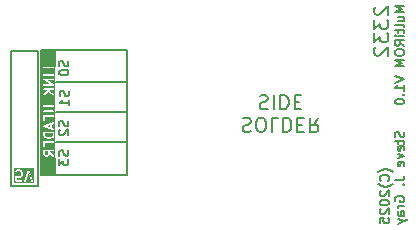
<source format=gbr>
G04 #@! TF.GenerationSoftware,KiCad,Pcbnew,9.0.0*
G04 #@! TF.CreationDate,2025-08-10T20:52:22-04:00*
G04 #@! TF.ProjectId,CBM-2332-MultiROM,43424d2d-3233-4333-922d-4d756c746952,rev?*
G04 #@! TF.SameCoordinates,Original*
G04 #@! TF.FileFunction,Legend,Bot*
G04 #@! TF.FilePolarity,Positive*
%FSLAX46Y46*%
G04 Gerber Fmt 4.6, Leading zero omitted, Abs format (unit mm)*
G04 Created by KiCad (PCBNEW 9.0.0) date 2025-08-10 20:52:22*
%MOMM*%
%LPD*%
G01*
G04 APERTURE LIST*
%ADD10C,0.200000*%
%ADD11C,0.150000*%
G04 APERTURE END LIST*
D10*
X132910000Y-87886333D02*
X133081429Y-87829190D01*
X133081429Y-87829190D02*
X133367143Y-87829190D01*
X133367143Y-87829190D02*
X133481429Y-87886333D01*
X133481429Y-87886333D02*
X133538571Y-87943475D01*
X133538571Y-87943475D02*
X133595714Y-88057761D01*
X133595714Y-88057761D02*
X133595714Y-88172047D01*
X133595714Y-88172047D02*
X133538571Y-88286333D01*
X133538571Y-88286333D02*
X133481429Y-88343475D01*
X133481429Y-88343475D02*
X133367143Y-88400618D01*
X133367143Y-88400618D02*
X133138571Y-88457761D01*
X133138571Y-88457761D02*
X133024286Y-88514904D01*
X133024286Y-88514904D02*
X132967143Y-88572047D01*
X132967143Y-88572047D02*
X132910000Y-88686333D01*
X132910000Y-88686333D02*
X132910000Y-88800618D01*
X132910000Y-88800618D02*
X132967143Y-88914904D01*
X132967143Y-88914904D02*
X133024286Y-88972047D01*
X133024286Y-88972047D02*
X133138571Y-89029190D01*
X133138571Y-89029190D02*
X133424286Y-89029190D01*
X133424286Y-89029190D02*
X133595714Y-88972047D01*
X134338571Y-89029190D02*
X134567143Y-89029190D01*
X134567143Y-89029190D02*
X134681428Y-88972047D01*
X134681428Y-88972047D02*
X134795714Y-88857761D01*
X134795714Y-88857761D02*
X134852857Y-88629190D01*
X134852857Y-88629190D02*
X134852857Y-88229190D01*
X134852857Y-88229190D02*
X134795714Y-88000618D01*
X134795714Y-88000618D02*
X134681428Y-87886333D01*
X134681428Y-87886333D02*
X134567143Y-87829190D01*
X134567143Y-87829190D02*
X134338571Y-87829190D01*
X134338571Y-87829190D02*
X134224286Y-87886333D01*
X134224286Y-87886333D02*
X134110000Y-88000618D01*
X134110000Y-88000618D02*
X134052857Y-88229190D01*
X134052857Y-88229190D02*
X134052857Y-88629190D01*
X134052857Y-88629190D02*
X134110000Y-88857761D01*
X134110000Y-88857761D02*
X134224286Y-88972047D01*
X134224286Y-88972047D02*
X134338571Y-89029190D01*
X135938571Y-87829190D02*
X135367143Y-87829190D01*
X135367143Y-87829190D02*
X135367143Y-89029190D01*
X136338572Y-87829190D02*
X136338572Y-89029190D01*
X136338572Y-89029190D02*
X136624286Y-89029190D01*
X136624286Y-89029190D02*
X136795715Y-88972047D01*
X136795715Y-88972047D02*
X136910000Y-88857761D01*
X136910000Y-88857761D02*
X136967143Y-88743475D01*
X136967143Y-88743475D02*
X137024286Y-88514904D01*
X137024286Y-88514904D02*
X137024286Y-88343475D01*
X137024286Y-88343475D02*
X136967143Y-88114904D01*
X136967143Y-88114904D02*
X136910000Y-88000618D01*
X136910000Y-88000618D02*
X136795715Y-87886333D01*
X136795715Y-87886333D02*
X136624286Y-87829190D01*
X136624286Y-87829190D02*
X136338572Y-87829190D01*
X137538572Y-88457761D02*
X137938572Y-88457761D01*
X138110000Y-87829190D02*
X137538572Y-87829190D01*
X137538572Y-87829190D02*
X137538572Y-89029190D01*
X137538572Y-89029190D02*
X138110000Y-89029190D01*
X139310000Y-87829190D02*
X138910000Y-88400618D01*
X138624286Y-87829190D02*
X138624286Y-89029190D01*
X138624286Y-89029190D02*
X139081429Y-89029190D01*
X139081429Y-89029190D02*
X139195714Y-88972047D01*
X139195714Y-88972047D02*
X139252857Y-88914904D01*
X139252857Y-88914904D02*
X139310000Y-88800618D01*
X139310000Y-88800618D02*
X139310000Y-88629190D01*
X139310000Y-88629190D02*
X139252857Y-88514904D01*
X139252857Y-88514904D02*
X139195714Y-88457761D01*
X139195714Y-88457761D02*
X139081429Y-88400618D01*
X139081429Y-88400618D02*
X138624286Y-88400618D01*
X134338571Y-85954400D02*
X134510000Y-85897257D01*
X134510000Y-85897257D02*
X134795714Y-85897257D01*
X134795714Y-85897257D02*
X134910000Y-85954400D01*
X134910000Y-85954400D02*
X134967142Y-86011542D01*
X134967142Y-86011542D02*
X135024285Y-86125828D01*
X135024285Y-86125828D02*
X135024285Y-86240114D01*
X135024285Y-86240114D02*
X134967142Y-86354400D01*
X134967142Y-86354400D02*
X134910000Y-86411542D01*
X134910000Y-86411542D02*
X134795714Y-86468685D01*
X134795714Y-86468685D02*
X134567142Y-86525828D01*
X134567142Y-86525828D02*
X134452857Y-86582971D01*
X134452857Y-86582971D02*
X134395714Y-86640114D01*
X134395714Y-86640114D02*
X134338571Y-86754400D01*
X134338571Y-86754400D02*
X134338571Y-86868685D01*
X134338571Y-86868685D02*
X134395714Y-86982971D01*
X134395714Y-86982971D02*
X134452857Y-87040114D01*
X134452857Y-87040114D02*
X134567142Y-87097257D01*
X134567142Y-87097257D02*
X134852857Y-87097257D01*
X134852857Y-87097257D02*
X135024285Y-87040114D01*
X135538571Y-85897257D02*
X135538571Y-87097257D01*
X136110000Y-85897257D02*
X136110000Y-87097257D01*
X136110000Y-87097257D02*
X136395714Y-87097257D01*
X136395714Y-87097257D02*
X136567143Y-87040114D01*
X136567143Y-87040114D02*
X136681428Y-86925828D01*
X136681428Y-86925828D02*
X136738571Y-86811542D01*
X136738571Y-86811542D02*
X136795714Y-86582971D01*
X136795714Y-86582971D02*
X136795714Y-86411542D01*
X136795714Y-86411542D02*
X136738571Y-86182971D01*
X136738571Y-86182971D02*
X136681428Y-86068685D01*
X136681428Y-86068685D02*
X136567143Y-85954400D01*
X136567143Y-85954400D02*
X136395714Y-85897257D01*
X136395714Y-85897257D02*
X136110000Y-85897257D01*
X137310000Y-86525828D02*
X137710000Y-86525828D01*
X137881428Y-85897257D02*
X137310000Y-85897257D01*
X137310000Y-85897257D02*
X137310000Y-87097257D01*
X137310000Y-87097257D02*
X137881428Y-87097257D01*
D11*
X115927200Y-91236800D02*
X117000000Y-91236800D01*
X117000000Y-92600000D01*
X115927200Y-92600000D01*
X115927200Y-91236800D01*
G36*
X115927200Y-91236800D02*
G01*
X117000000Y-91236800D01*
X117000000Y-92600000D01*
X115927200Y-92600000D01*
X115927200Y-91236800D01*
G37*
X113284000Y-82143600D02*
X115570000Y-82143600D01*
X115570000Y-93573600D01*
X113284000Y-93573600D01*
X113284000Y-82143600D01*
X116027200Y-82180000D02*
X117000000Y-82180000D01*
X117000000Y-83413600D01*
X116027200Y-83413600D01*
X116027200Y-82180000D01*
G36*
X116027200Y-82180000D02*
G01*
X117000000Y-82180000D01*
X117000000Y-83413600D01*
X116027200Y-83413600D01*
X116027200Y-82180000D01*
G37*
X115874800Y-82129200D02*
X123139200Y-82129200D01*
X123139200Y-92673600D01*
X115874800Y-92673600D01*
X115874800Y-82129200D01*
X123088400Y-84836000D02*
X117094000Y-84836000D01*
X123088400Y-89916000D02*
X117094000Y-89916000D01*
X123088400Y-87376000D02*
X117094000Y-87376000D01*
X118118600Y-83004264D02*
X118156695Y-83118550D01*
X118156695Y-83118550D02*
X118156695Y-83309026D01*
X118156695Y-83309026D02*
X118118600Y-83385217D01*
X118118600Y-83385217D02*
X118080504Y-83423312D01*
X118080504Y-83423312D02*
X118004314Y-83461407D01*
X118004314Y-83461407D02*
X117928123Y-83461407D01*
X117928123Y-83461407D02*
X117851933Y-83423312D01*
X117851933Y-83423312D02*
X117813838Y-83385217D01*
X117813838Y-83385217D02*
X117775742Y-83309026D01*
X117775742Y-83309026D02*
X117737647Y-83156645D01*
X117737647Y-83156645D02*
X117699552Y-83080455D01*
X117699552Y-83080455D02*
X117661457Y-83042360D01*
X117661457Y-83042360D02*
X117585266Y-83004264D01*
X117585266Y-83004264D02*
X117509076Y-83004264D01*
X117509076Y-83004264D02*
X117432885Y-83042360D01*
X117432885Y-83042360D02*
X117394790Y-83080455D01*
X117394790Y-83080455D02*
X117356695Y-83156645D01*
X117356695Y-83156645D02*
X117356695Y-83347122D01*
X117356695Y-83347122D02*
X117394790Y-83461407D01*
X117356695Y-83956646D02*
X117356695Y-84032836D01*
X117356695Y-84032836D02*
X117394790Y-84109027D01*
X117394790Y-84109027D02*
X117432885Y-84147122D01*
X117432885Y-84147122D02*
X117509076Y-84185217D01*
X117509076Y-84185217D02*
X117661457Y-84223312D01*
X117661457Y-84223312D02*
X117851933Y-84223312D01*
X117851933Y-84223312D02*
X118004314Y-84185217D01*
X118004314Y-84185217D02*
X118080504Y-84147122D01*
X118080504Y-84147122D02*
X118118600Y-84109027D01*
X118118600Y-84109027D02*
X118156695Y-84032836D01*
X118156695Y-84032836D02*
X118156695Y-83956646D01*
X118156695Y-83956646D02*
X118118600Y-83880455D01*
X118118600Y-83880455D02*
X118080504Y-83842360D01*
X118080504Y-83842360D02*
X118004314Y-83804265D01*
X118004314Y-83804265D02*
X117851933Y-83766169D01*
X117851933Y-83766169D02*
X117661457Y-83766169D01*
X117661457Y-83766169D02*
X117509076Y-83804265D01*
X117509076Y-83804265D02*
X117432885Y-83842360D01*
X117432885Y-83842360D02*
X117394790Y-83880455D01*
X117394790Y-83880455D02*
X117356695Y-83956646D01*
X118118600Y-90573464D02*
X118156695Y-90687750D01*
X118156695Y-90687750D02*
X118156695Y-90878226D01*
X118156695Y-90878226D02*
X118118600Y-90954417D01*
X118118600Y-90954417D02*
X118080504Y-90992512D01*
X118080504Y-90992512D02*
X118004314Y-91030607D01*
X118004314Y-91030607D02*
X117928123Y-91030607D01*
X117928123Y-91030607D02*
X117851933Y-90992512D01*
X117851933Y-90992512D02*
X117813838Y-90954417D01*
X117813838Y-90954417D02*
X117775742Y-90878226D01*
X117775742Y-90878226D02*
X117737647Y-90725845D01*
X117737647Y-90725845D02*
X117699552Y-90649655D01*
X117699552Y-90649655D02*
X117661457Y-90611560D01*
X117661457Y-90611560D02*
X117585266Y-90573464D01*
X117585266Y-90573464D02*
X117509076Y-90573464D01*
X117509076Y-90573464D02*
X117432885Y-90611560D01*
X117432885Y-90611560D02*
X117394790Y-90649655D01*
X117394790Y-90649655D02*
X117356695Y-90725845D01*
X117356695Y-90725845D02*
X117356695Y-90916322D01*
X117356695Y-90916322D02*
X117394790Y-91030607D01*
X117356695Y-91297274D02*
X117356695Y-91792512D01*
X117356695Y-91792512D02*
X117661457Y-91525846D01*
X117661457Y-91525846D02*
X117661457Y-91640131D01*
X117661457Y-91640131D02*
X117699552Y-91716322D01*
X117699552Y-91716322D02*
X117737647Y-91754417D01*
X117737647Y-91754417D02*
X117813838Y-91792512D01*
X117813838Y-91792512D02*
X118004314Y-91792512D01*
X118004314Y-91792512D02*
X118080504Y-91754417D01*
X118080504Y-91754417D02*
X118118600Y-91716322D01*
X118118600Y-91716322D02*
X118156695Y-91640131D01*
X118156695Y-91640131D02*
X118156695Y-91411560D01*
X118156695Y-91411560D02*
X118118600Y-91335369D01*
X118118600Y-91335369D02*
X118080504Y-91297274D01*
D10*
X144157028Y-78442857D02*
X144099885Y-78500000D01*
X144099885Y-78500000D02*
X144042742Y-78614286D01*
X144042742Y-78614286D02*
X144042742Y-78900000D01*
X144042742Y-78900000D02*
X144099885Y-79014286D01*
X144099885Y-79014286D02*
X144157028Y-79071428D01*
X144157028Y-79071428D02*
X144271314Y-79128571D01*
X144271314Y-79128571D02*
X144385600Y-79128571D01*
X144385600Y-79128571D02*
X144557028Y-79071428D01*
X144557028Y-79071428D02*
X145242742Y-78385714D01*
X145242742Y-78385714D02*
X145242742Y-79128571D01*
X144042742Y-79528571D02*
X144042742Y-80271428D01*
X144042742Y-80271428D02*
X144499885Y-79871428D01*
X144499885Y-79871428D02*
X144499885Y-80042857D01*
X144499885Y-80042857D02*
X144557028Y-80157143D01*
X144557028Y-80157143D02*
X144614171Y-80214285D01*
X144614171Y-80214285D02*
X144728457Y-80271428D01*
X144728457Y-80271428D02*
X145014171Y-80271428D01*
X145014171Y-80271428D02*
X145128457Y-80214285D01*
X145128457Y-80214285D02*
X145185600Y-80157143D01*
X145185600Y-80157143D02*
X145242742Y-80042857D01*
X145242742Y-80042857D02*
X145242742Y-79700000D01*
X145242742Y-79700000D02*
X145185600Y-79585714D01*
X145185600Y-79585714D02*
X145128457Y-79528571D01*
X144042742Y-80671428D02*
X144042742Y-81414285D01*
X144042742Y-81414285D02*
X144499885Y-81014285D01*
X144499885Y-81014285D02*
X144499885Y-81185714D01*
X144499885Y-81185714D02*
X144557028Y-81300000D01*
X144557028Y-81300000D02*
X144614171Y-81357142D01*
X144614171Y-81357142D02*
X144728457Y-81414285D01*
X144728457Y-81414285D02*
X145014171Y-81414285D01*
X145014171Y-81414285D02*
X145128457Y-81357142D01*
X145128457Y-81357142D02*
X145185600Y-81300000D01*
X145185600Y-81300000D02*
X145242742Y-81185714D01*
X145242742Y-81185714D02*
X145242742Y-80842857D01*
X145242742Y-80842857D02*
X145185600Y-80728571D01*
X145185600Y-80728571D02*
X145128457Y-80671428D01*
X144157028Y-81871428D02*
X144099885Y-81928571D01*
X144099885Y-81928571D02*
X144042742Y-82042857D01*
X144042742Y-82042857D02*
X144042742Y-82328571D01*
X144042742Y-82328571D02*
X144099885Y-82442857D01*
X144099885Y-82442857D02*
X144157028Y-82499999D01*
X144157028Y-82499999D02*
X144271314Y-82557142D01*
X144271314Y-82557142D02*
X144385600Y-82557142D01*
X144385600Y-82557142D02*
X144557028Y-82499999D01*
X144557028Y-82499999D02*
X145242742Y-81814285D01*
X145242742Y-81814285D02*
X145242742Y-82557142D01*
D11*
G36*
X116438342Y-90885036D02*
G01*
X116413608Y-90934504D01*
X116392725Y-90955386D01*
X116343256Y-90980122D01*
X116264381Y-90980122D01*
X116214912Y-90955387D01*
X116194029Y-90934504D01*
X116169295Y-90885036D01*
X116169295Y-90672979D01*
X116438342Y-90672979D01*
X116438342Y-90885036D01*
G37*
G36*
X116819295Y-89252475D02*
G01*
X116790648Y-89338416D01*
X116735582Y-89393481D01*
X116677642Y-89422451D01*
X116542203Y-89456312D01*
X116446387Y-89456312D01*
X116310945Y-89422451D01*
X116253006Y-89393481D01*
X116197942Y-89338417D01*
X116169295Y-89252475D01*
X116169295Y-89149169D01*
X116819295Y-89149169D01*
X116819295Y-89252475D01*
G37*
G36*
X116590723Y-88627254D02*
G01*
X116331465Y-88540835D01*
X116590723Y-88454416D01*
X116590723Y-88627254D01*
G37*
G36*
X117058184Y-91219011D02*
G01*
X115930406Y-91219011D01*
X115930406Y-90597979D01*
X116019295Y-90597979D01*
X116019295Y-90902741D01*
X116020736Y-90917373D01*
X116021767Y-90919862D01*
X116021958Y-90922550D01*
X116027213Y-90936282D01*
X116065308Y-91012472D01*
X116069272Y-91018771D01*
X116070030Y-91020599D01*
X116071718Y-91022655D01*
X116073140Y-91024915D01*
X116074638Y-91026214D01*
X116079357Y-91031964D01*
X116117452Y-91070059D01*
X116123204Y-91074779D01*
X116124501Y-91076275D01*
X116126755Y-91077694D01*
X116128817Y-91079386D01*
X116130647Y-91080144D01*
X116136944Y-91084108D01*
X116213134Y-91122204D01*
X116226866Y-91127459D01*
X116229555Y-91127650D01*
X116232044Y-91128681D01*
X116246676Y-91130122D01*
X116360961Y-91130122D01*
X116375593Y-91128681D01*
X116378081Y-91127650D01*
X116380771Y-91127459D01*
X116394502Y-91122204D01*
X116470693Y-91084108D01*
X116476989Y-91080144D01*
X116478820Y-91079386D01*
X116480881Y-91077694D01*
X116483136Y-91076275D01*
X116484432Y-91074779D01*
X116490185Y-91070059D01*
X116528280Y-91031964D01*
X116532998Y-91026214D01*
X116534497Y-91024915D01*
X116535918Y-91022655D01*
X116537607Y-91020599D01*
X116538364Y-91018771D01*
X116542329Y-91012472D01*
X116580424Y-90936282D01*
X116583237Y-90928930D01*
X116851285Y-91116564D01*
X116864098Y-91123775D01*
X116892669Y-91130104D01*
X116921487Y-91125019D01*
X116946166Y-91109292D01*
X116962948Y-91085318D01*
X116969277Y-91056747D01*
X116964192Y-91027930D01*
X116948465Y-91003251D01*
X116937304Y-90993679D01*
X116588342Y-90749405D01*
X116588342Y-90672979D01*
X116894295Y-90672979D01*
X116908927Y-90671538D01*
X116935963Y-90660339D01*
X116956655Y-90639647D01*
X116967854Y-90612611D01*
X116967854Y-90583347D01*
X116956655Y-90556311D01*
X116935963Y-90535619D01*
X116908927Y-90524420D01*
X116894295Y-90522979D01*
X116094295Y-90522979D01*
X116079663Y-90524420D01*
X116052627Y-90535619D01*
X116031935Y-90556311D01*
X116020736Y-90583347D01*
X116019295Y-90597979D01*
X115930406Y-90597979D01*
X115930406Y-89874169D01*
X116019295Y-89874169D01*
X116019295Y-90255121D01*
X116020736Y-90269753D01*
X116031935Y-90296789D01*
X116052627Y-90317481D01*
X116079663Y-90328680D01*
X116108927Y-90328680D01*
X116135963Y-90317481D01*
X116156655Y-90296789D01*
X116167854Y-90269753D01*
X116169295Y-90255121D01*
X116169295Y-89949169D01*
X116400247Y-89949169D01*
X116400247Y-90140835D01*
X116401688Y-90155467D01*
X116412887Y-90182503D01*
X116433579Y-90203195D01*
X116460615Y-90214394D01*
X116489879Y-90214394D01*
X116516915Y-90203195D01*
X116537607Y-90182503D01*
X116548806Y-90155467D01*
X116550247Y-90140835D01*
X116550247Y-89949169D01*
X116819295Y-89949169D01*
X116819295Y-90255121D01*
X116820736Y-90269753D01*
X116831935Y-90296789D01*
X116852627Y-90317481D01*
X116879663Y-90328680D01*
X116908927Y-90328680D01*
X116935963Y-90317481D01*
X116956655Y-90296789D01*
X116967854Y-90269753D01*
X116969295Y-90255121D01*
X116969295Y-89874169D01*
X116967854Y-89859537D01*
X116956655Y-89832501D01*
X116935963Y-89811809D01*
X116908927Y-89800610D01*
X116894295Y-89799169D01*
X116094295Y-89799169D01*
X116079663Y-89800610D01*
X116052627Y-89811809D01*
X116031935Y-89832501D01*
X116020736Y-89859537D01*
X116019295Y-89874169D01*
X115930406Y-89874169D01*
X115930406Y-89074169D01*
X116019295Y-89074169D01*
X116019295Y-89264645D01*
X116020024Y-89272050D01*
X116019884Y-89274025D01*
X116020474Y-89276622D01*
X116020736Y-89279277D01*
X116021494Y-89281108D01*
X116023144Y-89288362D01*
X116061239Y-89402648D01*
X116067233Y-89416073D01*
X116068998Y-89418108D01*
X116070030Y-89420599D01*
X116079357Y-89431964D01*
X116155547Y-89508154D01*
X116161297Y-89512874D01*
X116162596Y-89514371D01*
X116164850Y-89515790D01*
X116166912Y-89517482D01*
X116168744Y-89518240D01*
X116175039Y-89522203D01*
X116251230Y-89560298D01*
X116252299Y-89560707D01*
X116252735Y-89561030D01*
X116258886Y-89563228D01*
X116264962Y-89565553D01*
X116265500Y-89565591D01*
X116266580Y-89565977D01*
X116418962Y-89604073D01*
X116421498Y-89604448D01*
X116422520Y-89604871D01*
X116428032Y-89605413D01*
X116433506Y-89606223D01*
X116434598Y-89606060D01*
X116437152Y-89606312D01*
X116551438Y-89606312D01*
X116553991Y-89606060D01*
X116555084Y-89606223D01*
X116560558Y-89605413D01*
X116566070Y-89604871D01*
X116567090Y-89604448D01*
X116569629Y-89604073D01*
X116722010Y-89565977D01*
X116723089Y-89565591D01*
X116723628Y-89565553D01*
X116729703Y-89563228D01*
X116735855Y-89561030D01*
X116736290Y-89560707D01*
X116737360Y-89560298D01*
X116813550Y-89522203D01*
X116819846Y-89518239D01*
X116821676Y-89517482D01*
X116823734Y-89515792D01*
X116825993Y-89514371D01*
X116827292Y-89512872D01*
X116833042Y-89508154D01*
X116909233Y-89431964D01*
X116918560Y-89420599D01*
X116919591Y-89418108D01*
X116921357Y-89416073D01*
X116927351Y-89402648D01*
X116965446Y-89288362D01*
X116967095Y-89281108D01*
X116967854Y-89279277D01*
X116968115Y-89276622D01*
X116968706Y-89274025D01*
X116968565Y-89272050D01*
X116969295Y-89264645D01*
X116969295Y-89074169D01*
X116967854Y-89059537D01*
X116956655Y-89032501D01*
X116935963Y-89011809D01*
X116908927Y-89000610D01*
X116894295Y-88999169D01*
X116094295Y-88999169D01*
X116079663Y-89000610D01*
X116052627Y-89011809D01*
X116031935Y-89032501D01*
X116020736Y-89059537D01*
X116019295Y-89074169D01*
X115930406Y-89074169D01*
X115930406Y-88531456D01*
X116019884Y-88531456D01*
X116020550Y-88540836D01*
X116019884Y-88550216D01*
X116021579Y-88555301D01*
X116021959Y-88560646D01*
X116026163Y-88569055D01*
X116029138Y-88577979D01*
X116032649Y-88582027D01*
X116035045Y-88586819D01*
X116042148Y-88592980D01*
X116048312Y-88600086D01*
X116053105Y-88602482D01*
X116057153Y-88605993D01*
X116070578Y-88611987D01*
X116870578Y-88878653D01*
X116884915Y-88881913D01*
X116914105Y-88879839D01*
X116940279Y-88866752D01*
X116959452Y-88844645D01*
X116968706Y-88816882D01*
X116966632Y-88787692D01*
X116953545Y-88761519D01*
X116931438Y-88742345D01*
X116918012Y-88736351D01*
X116740723Y-88677254D01*
X116740723Y-88404416D01*
X116918012Y-88345320D01*
X116931437Y-88339326D01*
X116953545Y-88320152D01*
X116966631Y-88293979D01*
X116968706Y-88264789D01*
X116959452Y-88237026D01*
X116940278Y-88214919D01*
X116914105Y-88201833D01*
X116884915Y-88199758D01*
X116870578Y-88203018D01*
X116070578Y-88469685D01*
X116057152Y-88475679D01*
X116053103Y-88479190D01*
X116048312Y-88481586D01*
X116042150Y-88488689D01*
X116035045Y-88494853D01*
X116032648Y-88499646D01*
X116029138Y-88503694D01*
X116026164Y-88512615D01*
X116021959Y-88521026D01*
X116021579Y-88526370D01*
X116019884Y-88531456D01*
X115930406Y-88531456D01*
X115930406Y-87664645D01*
X116019295Y-87664645D01*
X116019295Y-88045597D01*
X116020736Y-88060229D01*
X116031935Y-88087265D01*
X116052627Y-88107957D01*
X116079663Y-88119156D01*
X116108927Y-88119156D01*
X116135963Y-88107957D01*
X116156655Y-88087265D01*
X116167854Y-88060229D01*
X116169295Y-88045597D01*
X116169295Y-87739645D01*
X116400247Y-87739645D01*
X116400247Y-87931311D01*
X116401688Y-87945943D01*
X116412887Y-87972979D01*
X116433579Y-87993671D01*
X116460615Y-88004870D01*
X116489879Y-88004870D01*
X116516915Y-87993671D01*
X116537607Y-87972979D01*
X116548806Y-87945943D01*
X116550247Y-87931311D01*
X116550247Y-87739645D01*
X116819295Y-87739645D01*
X116819295Y-88045597D01*
X116820736Y-88060229D01*
X116831935Y-88087265D01*
X116852627Y-88107957D01*
X116879663Y-88119156D01*
X116908927Y-88119156D01*
X116935963Y-88107957D01*
X116956655Y-88087265D01*
X116967854Y-88060229D01*
X116969295Y-88045597D01*
X116969295Y-87664645D01*
X116967854Y-87650013D01*
X116956655Y-87622977D01*
X116935963Y-87602285D01*
X116908927Y-87591086D01*
X116894295Y-87589645D01*
X116094295Y-87589645D01*
X116079663Y-87591086D01*
X116052627Y-87602285D01*
X116031935Y-87622977D01*
X116020736Y-87650013D01*
X116019295Y-87664645D01*
X115930406Y-87664645D01*
X115930406Y-86811918D01*
X116020736Y-86811918D01*
X116020736Y-86841182D01*
X116031935Y-86868218D01*
X116052627Y-86888910D01*
X116079663Y-86900109D01*
X116094295Y-86901550D01*
X116400247Y-86901550D01*
X116400247Y-87208693D01*
X116094295Y-87208693D01*
X116079663Y-87210134D01*
X116052627Y-87221333D01*
X116031935Y-87242025D01*
X116020736Y-87269061D01*
X116020736Y-87298325D01*
X116031935Y-87325361D01*
X116052627Y-87346053D01*
X116079663Y-87357252D01*
X116094295Y-87358693D01*
X116894295Y-87358693D01*
X116908927Y-87357252D01*
X116935963Y-87346053D01*
X116956655Y-87325361D01*
X116967854Y-87298325D01*
X116967854Y-87269061D01*
X116956655Y-87242025D01*
X116935963Y-87221333D01*
X116908927Y-87210134D01*
X116894295Y-87208693D01*
X116550247Y-87208693D01*
X116550247Y-86901550D01*
X116894295Y-86901550D01*
X116908927Y-86900109D01*
X116935963Y-86888910D01*
X116956655Y-86868218D01*
X116967854Y-86841182D01*
X116967854Y-86811918D01*
X116956655Y-86784882D01*
X116935963Y-86764190D01*
X116908927Y-86752991D01*
X116894295Y-86751550D01*
X116094295Y-86751550D01*
X116079663Y-86752991D01*
X116052627Y-86764190D01*
X116031935Y-86784882D01*
X116020736Y-86811918D01*
X115930406Y-86811918D01*
X115930406Y-85402394D01*
X116020736Y-85402394D01*
X116020736Y-85431658D01*
X116031935Y-85458694D01*
X116052627Y-85479386D01*
X116079663Y-85490585D01*
X116094295Y-85492026D01*
X116370372Y-85492026D01*
X116041262Y-85821136D01*
X116031935Y-85832501D01*
X116020736Y-85859538D01*
X116020736Y-85888800D01*
X116031935Y-85915837D01*
X116052627Y-85936529D01*
X116079664Y-85947728D01*
X116108926Y-85947728D01*
X116135963Y-85936529D01*
X116147328Y-85927202D01*
X116444190Y-85630339D01*
X116849295Y-85934169D01*
X116861865Y-85941795D01*
X116890213Y-85949058D01*
X116919182Y-85944919D01*
X116944363Y-85930010D01*
X116961921Y-85906599D01*
X116969184Y-85878251D01*
X116965045Y-85849282D01*
X116950136Y-85824101D01*
X116939295Y-85814169D01*
X116551333Y-85523196D01*
X116582504Y-85492026D01*
X116894295Y-85492026D01*
X116908927Y-85490585D01*
X116935963Y-85479386D01*
X116956655Y-85458694D01*
X116967854Y-85431658D01*
X116967854Y-85402394D01*
X116956655Y-85375358D01*
X116935963Y-85354666D01*
X116908927Y-85343467D01*
X116894295Y-85342026D01*
X116094295Y-85342026D01*
X116079663Y-85343467D01*
X116052627Y-85354666D01*
X116031935Y-85375358D01*
X116020736Y-85402394D01*
X115930406Y-85402394D01*
X115930406Y-84584170D01*
X116019478Y-84584170D01*
X116020736Y-84588782D01*
X116020736Y-84593563D01*
X116024553Y-84602778D01*
X116027178Y-84612402D01*
X116030105Y-84616182D01*
X116031935Y-84620599D01*
X116038985Y-84627649D01*
X116045095Y-84635539D01*
X116051227Y-84639891D01*
X116052627Y-84641291D01*
X116054001Y-84641860D01*
X116057085Y-84644049D01*
X116611879Y-84961074D01*
X116094295Y-84961074D01*
X116079663Y-84962515D01*
X116052627Y-84973714D01*
X116031935Y-84994406D01*
X116020736Y-85021442D01*
X116020736Y-85050706D01*
X116031935Y-85077742D01*
X116052627Y-85098434D01*
X116079663Y-85109633D01*
X116094295Y-85111074D01*
X116894295Y-85111074D01*
X116898058Y-85110703D01*
X116899534Y-85110891D01*
X116901444Y-85110369D01*
X116908927Y-85109633D01*
X116918142Y-85105815D01*
X116927766Y-85103191D01*
X116931546Y-85100263D01*
X116935963Y-85098434D01*
X116943013Y-85091383D01*
X116950903Y-85085274D01*
X116953276Y-85081120D01*
X116956655Y-85077742D01*
X116960471Y-85068529D01*
X116965422Y-85059865D01*
X116966024Y-85055121D01*
X116967854Y-85050706D01*
X116967854Y-85040731D01*
X116969112Y-85030835D01*
X116967854Y-85026222D01*
X116967854Y-85021442D01*
X116964036Y-85012225D01*
X116961412Y-85002604D01*
X116958485Y-84998824D01*
X116956655Y-84994406D01*
X116949603Y-84987354D01*
X116943495Y-84979466D01*
X116937362Y-84975113D01*
X116935963Y-84973714D01*
X116934588Y-84973144D01*
X116931505Y-84970956D01*
X116376711Y-84653931D01*
X116894295Y-84653931D01*
X116908927Y-84652490D01*
X116935963Y-84641291D01*
X116956655Y-84620599D01*
X116967854Y-84593563D01*
X116967854Y-84564299D01*
X116956655Y-84537263D01*
X116935963Y-84516571D01*
X116908927Y-84505372D01*
X116894295Y-84503931D01*
X116094295Y-84503931D01*
X116090531Y-84504301D01*
X116089056Y-84504114D01*
X116087145Y-84504635D01*
X116079663Y-84505372D01*
X116070447Y-84509189D01*
X116060824Y-84511814D01*
X116057043Y-84514741D01*
X116052627Y-84516571D01*
X116045576Y-84523621D01*
X116037687Y-84529731D01*
X116035313Y-84533884D01*
X116031935Y-84537263D01*
X116028118Y-84546475D01*
X116023168Y-84555140D01*
X116022565Y-84559883D01*
X116020736Y-84564299D01*
X116020736Y-84574273D01*
X116019478Y-84584170D01*
X115930406Y-84584170D01*
X115930406Y-84183347D01*
X116020736Y-84183347D01*
X116020736Y-84212611D01*
X116031935Y-84239647D01*
X116052627Y-84260339D01*
X116079663Y-84271538D01*
X116094295Y-84272979D01*
X116894295Y-84272979D01*
X116908927Y-84271538D01*
X116935963Y-84260339D01*
X116956655Y-84239647D01*
X116967854Y-84212611D01*
X116967854Y-84183347D01*
X116956655Y-84156311D01*
X116935963Y-84135619D01*
X116908927Y-84124420D01*
X116894295Y-84122979D01*
X116094295Y-84122979D01*
X116079663Y-84124420D01*
X116052627Y-84135619D01*
X116031935Y-84156311D01*
X116020736Y-84183347D01*
X115930406Y-84183347D01*
X115930406Y-83535728D01*
X116020736Y-83535728D01*
X116020736Y-83564992D01*
X116031935Y-83592028D01*
X116052627Y-83612720D01*
X116079663Y-83623919D01*
X116094295Y-83625360D01*
X116819295Y-83625360D01*
X116819295Y-83931312D01*
X116820736Y-83945944D01*
X116831935Y-83972980D01*
X116852627Y-83993672D01*
X116879663Y-84004871D01*
X116908927Y-84004871D01*
X116935963Y-83993672D01*
X116956655Y-83972980D01*
X116967854Y-83945944D01*
X116969295Y-83931312D01*
X116969295Y-83550360D01*
X116967854Y-83535728D01*
X116956655Y-83508692D01*
X116935963Y-83488000D01*
X116908927Y-83476801D01*
X116894295Y-83475360D01*
X116094295Y-83475360D01*
X116079663Y-83476801D01*
X116052627Y-83488000D01*
X116031935Y-83508692D01*
X116020736Y-83535728D01*
X115930406Y-83535728D01*
X115930406Y-83386471D01*
X117058184Y-83386471D01*
X117058184Y-91219011D01*
G37*
X118118600Y-88084264D02*
X118156695Y-88198550D01*
X118156695Y-88198550D02*
X118156695Y-88389026D01*
X118156695Y-88389026D02*
X118118600Y-88465217D01*
X118118600Y-88465217D02*
X118080504Y-88503312D01*
X118080504Y-88503312D02*
X118004314Y-88541407D01*
X118004314Y-88541407D02*
X117928123Y-88541407D01*
X117928123Y-88541407D02*
X117851933Y-88503312D01*
X117851933Y-88503312D02*
X117813838Y-88465217D01*
X117813838Y-88465217D02*
X117775742Y-88389026D01*
X117775742Y-88389026D02*
X117737647Y-88236645D01*
X117737647Y-88236645D02*
X117699552Y-88160455D01*
X117699552Y-88160455D02*
X117661457Y-88122360D01*
X117661457Y-88122360D02*
X117585266Y-88084264D01*
X117585266Y-88084264D02*
X117509076Y-88084264D01*
X117509076Y-88084264D02*
X117432885Y-88122360D01*
X117432885Y-88122360D02*
X117394790Y-88160455D01*
X117394790Y-88160455D02*
X117356695Y-88236645D01*
X117356695Y-88236645D02*
X117356695Y-88427122D01*
X117356695Y-88427122D02*
X117394790Y-88541407D01*
X117432885Y-88846169D02*
X117394790Y-88884265D01*
X117394790Y-88884265D02*
X117356695Y-88960455D01*
X117356695Y-88960455D02*
X117356695Y-89150931D01*
X117356695Y-89150931D02*
X117394790Y-89227122D01*
X117394790Y-89227122D02*
X117432885Y-89265217D01*
X117432885Y-89265217D02*
X117509076Y-89303312D01*
X117509076Y-89303312D02*
X117585266Y-89303312D01*
X117585266Y-89303312D02*
X117699552Y-89265217D01*
X117699552Y-89265217D02*
X118156695Y-88808074D01*
X118156695Y-88808074D02*
X118156695Y-89303312D01*
X145611102Y-92406077D02*
X145573006Y-92367982D01*
X145573006Y-92367982D02*
X145458721Y-92291791D01*
X145458721Y-92291791D02*
X145382530Y-92253696D01*
X145382530Y-92253696D02*
X145268245Y-92215601D01*
X145268245Y-92215601D02*
X145077768Y-92177506D01*
X145077768Y-92177506D02*
X144925387Y-92177506D01*
X144925387Y-92177506D02*
X144734911Y-92215601D01*
X144734911Y-92215601D02*
X144620625Y-92253696D01*
X144620625Y-92253696D02*
X144544435Y-92291791D01*
X144544435Y-92291791D02*
X144430149Y-92367982D01*
X144430149Y-92367982D02*
X144392054Y-92406077D01*
X145230149Y-93167982D02*
X145268245Y-93129886D01*
X145268245Y-93129886D02*
X145306340Y-93015601D01*
X145306340Y-93015601D02*
X145306340Y-92939410D01*
X145306340Y-92939410D02*
X145268245Y-92825124D01*
X145268245Y-92825124D02*
X145192054Y-92748934D01*
X145192054Y-92748934D02*
X145115864Y-92710839D01*
X145115864Y-92710839D02*
X144963483Y-92672743D01*
X144963483Y-92672743D02*
X144849197Y-92672743D01*
X144849197Y-92672743D02*
X144696816Y-92710839D01*
X144696816Y-92710839D02*
X144620625Y-92748934D01*
X144620625Y-92748934D02*
X144544435Y-92825124D01*
X144544435Y-92825124D02*
X144506340Y-92939410D01*
X144506340Y-92939410D02*
X144506340Y-93015601D01*
X144506340Y-93015601D02*
X144544435Y-93129886D01*
X144544435Y-93129886D02*
X144582530Y-93167982D01*
X145611102Y-93434648D02*
X145573006Y-93472743D01*
X145573006Y-93472743D02*
X145458721Y-93548934D01*
X145458721Y-93548934D02*
X145382530Y-93587029D01*
X145382530Y-93587029D02*
X145268245Y-93625124D01*
X145268245Y-93625124D02*
X145077768Y-93663220D01*
X145077768Y-93663220D02*
X144925387Y-93663220D01*
X144925387Y-93663220D02*
X144734911Y-93625124D01*
X144734911Y-93625124D02*
X144620625Y-93587029D01*
X144620625Y-93587029D02*
X144544435Y-93548934D01*
X144544435Y-93548934D02*
X144430149Y-93472743D01*
X144430149Y-93472743D02*
X144392054Y-93434648D01*
X144582530Y-94006076D02*
X144544435Y-94044172D01*
X144544435Y-94044172D02*
X144506340Y-94120362D01*
X144506340Y-94120362D02*
X144506340Y-94310838D01*
X144506340Y-94310838D02*
X144544435Y-94387029D01*
X144544435Y-94387029D02*
X144582530Y-94425124D01*
X144582530Y-94425124D02*
X144658721Y-94463219D01*
X144658721Y-94463219D02*
X144734911Y-94463219D01*
X144734911Y-94463219D02*
X144849197Y-94425124D01*
X144849197Y-94425124D02*
X145306340Y-93967981D01*
X145306340Y-93967981D02*
X145306340Y-94463219D01*
X144506340Y-94958458D02*
X144506340Y-95034648D01*
X144506340Y-95034648D02*
X144544435Y-95110839D01*
X144544435Y-95110839D02*
X144582530Y-95148934D01*
X144582530Y-95148934D02*
X144658721Y-95187029D01*
X144658721Y-95187029D02*
X144811102Y-95225124D01*
X144811102Y-95225124D02*
X145001578Y-95225124D01*
X145001578Y-95225124D02*
X145153959Y-95187029D01*
X145153959Y-95187029D02*
X145230149Y-95148934D01*
X145230149Y-95148934D02*
X145268245Y-95110839D01*
X145268245Y-95110839D02*
X145306340Y-95034648D01*
X145306340Y-95034648D02*
X145306340Y-94958458D01*
X145306340Y-94958458D02*
X145268245Y-94882267D01*
X145268245Y-94882267D02*
X145230149Y-94844172D01*
X145230149Y-94844172D02*
X145153959Y-94806077D01*
X145153959Y-94806077D02*
X145001578Y-94767981D01*
X145001578Y-94767981D02*
X144811102Y-94767981D01*
X144811102Y-94767981D02*
X144658721Y-94806077D01*
X144658721Y-94806077D02*
X144582530Y-94844172D01*
X144582530Y-94844172D02*
X144544435Y-94882267D01*
X144544435Y-94882267D02*
X144506340Y-94958458D01*
X144582530Y-95529886D02*
X144544435Y-95567982D01*
X144544435Y-95567982D02*
X144506340Y-95644172D01*
X144506340Y-95644172D02*
X144506340Y-95834648D01*
X144506340Y-95834648D02*
X144544435Y-95910839D01*
X144544435Y-95910839D02*
X144582530Y-95948934D01*
X144582530Y-95948934D02*
X144658721Y-95987029D01*
X144658721Y-95987029D02*
X144734911Y-95987029D01*
X144734911Y-95987029D02*
X144849197Y-95948934D01*
X144849197Y-95948934D02*
X145306340Y-95491791D01*
X145306340Y-95491791D02*
X145306340Y-95987029D01*
X144506340Y-96710839D02*
X144506340Y-96329887D01*
X144506340Y-96329887D02*
X144887292Y-96291791D01*
X144887292Y-96291791D02*
X144849197Y-96329887D01*
X144849197Y-96329887D02*
X144811102Y-96406077D01*
X144811102Y-96406077D02*
X144811102Y-96596553D01*
X144811102Y-96596553D02*
X144849197Y-96672744D01*
X144849197Y-96672744D02*
X144887292Y-96710839D01*
X144887292Y-96710839D02*
X144963483Y-96748934D01*
X144963483Y-96748934D02*
X145153959Y-96748934D01*
X145153959Y-96748934D02*
X145230149Y-96710839D01*
X145230149Y-96710839D02*
X145268245Y-96672744D01*
X145268245Y-96672744D02*
X145306340Y-96596553D01*
X145306340Y-96596553D02*
X145306340Y-96406077D01*
X145306340Y-96406077D02*
X145268245Y-96329887D01*
X145268245Y-96329887D02*
X145230149Y-96291791D01*
X146556200Y-89015600D02*
X146594295Y-89129886D01*
X146594295Y-89129886D02*
X146594295Y-89320362D01*
X146594295Y-89320362D02*
X146556200Y-89396553D01*
X146556200Y-89396553D02*
X146518104Y-89434648D01*
X146518104Y-89434648D02*
X146441914Y-89472743D01*
X146441914Y-89472743D02*
X146365723Y-89472743D01*
X146365723Y-89472743D02*
X146289533Y-89434648D01*
X146289533Y-89434648D02*
X146251438Y-89396553D01*
X146251438Y-89396553D02*
X146213342Y-89320362D01*
X146213342Y-89320362D02*
X146175247Y-89167981D01*
X146175247Y-89167981D02*
X146137152Y-89091791D01*
X146137152Y-89091791D02*
X146099057Y-89053696D01*
X146099057Y-89053696D02*
X146022866Y-89015600D01*
X146022866Y-89015600D02*
X145946676Y-89015600D01*
X145946676Y-89015600D02*
X145870485Y-89053696D01*
X145870485Y-89053696D02*
X145832390Y-89091791D01*
X145832390Y-89091791D02*
X145794295Y-89167981D01*
X145794295Y-89167981D02*
X145794295Y-89358458D01*
X145794295Y-89358458D02*
X145832390Y-89472743D01*
X146060961Y-89701315D02*
X146060961Y-90006077D01*
X145794295Y-89815601D02*
X146480009Y-89815601D01*
X146480009Y-89815601D02*
X146556200Y-89853696D01*
X146556200Y-89853696D02*
X146594295Y-89929886D01*
X146594295Y-89929886D02*
X146594295Y-90006077D01*
X146556200Y-90577506D02*
X146594295Y-90501315D01*
X146594295Y-90501315D02*
X146594295Y-90348934D01*
X146594295Y-90348934D02*
X146556200Y-90272744D01*
X146556200Y-90272744D02*
X146480009Y-90234648D01*
X146480009Y-90234648D02*
X146175247Y-90234648D01*
X146175247Y-90234648D02*
X146099057Y-90272744D01*
X146099057Y-90272744D02*
X146060961Y-90348934D01*
X146060961Y-90348934D02*
X146060961Y-90501315D01*
X146060961Y-90501315D02*
X146099057Y-90577506D01*
X146099057Y-90577506D02*
X146175247Y-90615601D01*
X146175247Y-90615601D02*
X146251438Y-90615601D01*
X146251438Y-90615601D02*
X146327628Y-90234648D01*
X146060961Y-90882267D02*
X146594295Y-91072743D01*
X146594295Y-91072743D02*
X146060961Y-91263220D01*
X146556200Y-91872744D02*
X146594295Y-91796553D01*
X146594295Y-91796553D02*
X146594295Y-91644172D01*
X146594295Y-91644172D02*
X146556200Y-91567982D01*
X146556200Y-91567982D02*
X146480009Y-91529886D01*
X146480009Y-91529886D02*
X146175247Y-91529886D01*
X146175247Y-91529886D02*
X146099057Y-91567982D01*
X146099057Y-91567982D02*
X146060961Y-91644172D01*
X146060961Y-91644172D02*
X146060961Y-91796553D01*
X146060961Y-91796553D02*
X146099057Y-91872744D01*
X146099057Y-91872744D02*
X146175247Y-91910839D01*
X146175247Y-91910839D02*
X146251438Y-91910839D01*
X146251438Y-91910839D02*
X146327628Y-91529886D01*
X145794295Y-93091791D02*
X146365723Y-93091791D01*
X146365723Y-93091791D02*
X146480009Y-93053696D01*
X146480009Y-93053696D02*
X146556200Y-92977505D01*
X146556200Y-92977505D02*
X146594295Y-92863220D01*
X146594295Y-92863220D02*
X146594295Y-92787029D01*
X146518104Y-93472744D02*
X146556200Y-93510839D01*
X146556200Y-93510839D02*
X146594295Y-93472744D01*
X146594295Y-93472744D02*
X146556200Y-93434648D01*
X146556200Y-93434648D02*
X146518104Y-93472744D01*
X146518104Y-93472744D02*
X146594295Y-93472744D01*
X145832390Y-94882267D02*
X145794295Y-94806077D01*
X145794295Y-94806077D02*
X145794295Y-94691791D01*
X145794295Y-94691791D02*
X145832390Y-94577505D01*
X145832390Y-94577505D02*
X145908580Y-94501315D01*
X145908580Y-94501315D02*
X145984771Y-94463220D01*
X145984771Y-94463220D02*
X146137152Y-94425124D01*
X146137152Y-94425124D02*
X146251438Y-94425124D01*
X146251438Y-94425124D02*
X146403819Y-94463220D01*
X146403819Y-94463220D02*
X146480009Y-94501315D01*
X146480009Y-94501315D02*
X146556200Y-94577505D01*
X146556200Y-94577505D02*
X146594295Y-94691791D01*
X146594295Y-94691791D02*
X146594295Y-94767982D01*
X146594295Y-94767982D02*
X146556200Y-94882267D01*
X146556200Y-94882267D02*
X146518104Y-94920363D01*
X146518104Y-94920363D02*
X146251438Y-94920363D01*
X146251438Y-94920363D02*
X146251438Y-94767982D01*
X146594295Y-95263220D02*
X146060961Y-95263220D01*
X146213342Y-95263220D02*
X146137152Y-95301315D01*
X146137152Y-95301315D02*
X146099057Y-95339410D01*
X146099057Y-95339410D02*
X146060961Y-95415601D01*
X146060961Y-95415601D02*
X146060961Y-95491791D01*
X146594295Y-96101315D02*
X146175247Y-96101315D01*
X146175247Y-96101315D02*
X146099057Y-96063220D01*
X146099057Y-96063220D02*
X146060961Y-95987029D01*
X146060961Y-95987029D02*
X146060961Y-95834648D01*
X146060961Y-95834648D02*
X146099057Y-95758458D01*
X146556200Y-96101315D02*
X146594295Y-96025124D01*
X146594295Y-96025124D02*
X146594295Y-95834648D01*
X146594295Y-95834648D02*
X146556200Y-95758458D01*
X146556200Y-95758458D02*
X146480009Y-95720362D01*
X146480009Y-95720362D02*
X146403819Y-95720362D01*
X146403819Y-95720362D02*
X146327628Y-95758458D01*
X146327628Y-95758458D02*
X146289533Y-95834648D01*
X146289533Y-95834648D02*
X146289533Y-96025124D01*
X146289533Y-96025124D02*
X146251438Y-96101315D01*
X146060961Y-96406077D02*
X146594295Y-96596553D01*
X146060961Y-96787030D02*
X146594295Y-96596553D01*
X146594295Y-96596553D02*
X146784771Y-96520363D01*
X146784771Y-96520363D02*
X146822866Y-96482268D01*
X146822866Y-96482268D02*
X146860961Y-96406077D01*
X118169400Y-85544264D02*
X118207495Y-85658550D01*
X118207495Y-85658550D02*
X118207495Y-85849026D01*
X118207495Y-85849026D02*
X118169400Y-85925217D01*
X118169400Y-85925217D02*
X118131304Y-85963312D01*
X118131304Y-85963312D02*
X118055114Y-86001407D01*
X118055114Y-86001407D02*
X117978923Y-86001407D01*
X117978923Y-86001407D02*
X117902733Y-85963312D01*
X117902733Y-85963312D02*
X117864638Y-85925217D01*
X117864638Y-85925217D02*
X117826542Y-85849026D01*
X117826542Y-85849026D02*
X117788447Y-85696645D01*
X117788447Y-85696645D02*
X117750352Y-85620455D01*
X117750352Y-85620455D02*
X117712257Y-85582360D01*
X117712257Y-85582360D02*
X117636066Y-85544264D01*
X117636066Y-85544264D02*
X117559876Y-85544264D01*
X117559876Y-85544264D02*
X117483685Y-85582360D01*
X117483685Y-85582360D02*
X117445590Y-85620455D01*
X117445590Y-85620455D02*
X117407495Y-85696645D01*
X117407495Y-85696645D02*
X117407495Y-85887122D01*
X117407495Y-85887122D02*
X117445590Y-86001407D01*
X118207495Y-86763312D02*
X118207495Y-86306169D01*
X118207495Y-86534741D02*
X117407495Y-86534741D01*
X117407495Y-86534741D02*
X117521780Y-86458550D01*
X117521780Y-86458550D02*
X117597971Y-86382360D01*
X117597971Y-86382360D02*
X117636066Y-86306169D01*
G36*
X115253782Y-93344142D02*
G01*
X113533292Y-93344142D01*
X113533292Y-92733331D01*
X113633292Y-92733331D01*
X113633314Y-92748034D01*
X113676171Y-93176605D01*
X113677240Y-93181937D01*
X113677240Y-93183774D01*
X113677953Y-93185496D01*
X113679061Y-93191021D01*
X113684243Y-93200682D01*
X113688439Y-93210810D01*
X113691109Y-93213480D01*
X113692895Y-93216809D01*
X113701381Y-93223752D01*
X113709131Y-93231502D01*
X113712619Y-93232946D01*
X113715543Y-93235339D01*
X113726040Y-93238506D01*
X113736167Y-93242701D01*
X113741772Y-93243253D01*
X113743559Y-93243792D01*
X113745387Y-93243609D01*
X113750799Y-93244142D01*
X114179371Y-93244142D01*
X114194003Y-93242701D01*
X114221039Y-93231502D01*
X114241731Y-93210810D01*
X114252930Y-93183774D01*
X114252930Y-93159762D01*
X114404960Y-93159762D01*
X114407035Y-93188952D01*
X114420121Y-93215125D01*
X114442228Y-93234299D01*
X114469991Y-93243553D01*
X114499181Y-93241478D01*
X114525354Y-93228392D01*
X114544528Y-93206285D01*
X114550522Y-93192859D01*
X114779371Y-92506312D01*
X115008220Y-93192859D01*
X115014214Y-93206284D01*
X115033388Y-93228391D01*
X115059561Y-93241478D01*
X115088751Y-93243553D01*
X115116513Y-93234299D01*
X115138621Y-93215125D01*
X115151707Y-93188951D01*
X115153782Y-93159761D01*
X115150522Y-93145425D01*
X114850522Y-92245425D01*
X114844528Y-92231999D01*
X114841016Y-92227950D01*
X114838621Y-92223159D01*
X114831517Y-92216997D01*
X114825354Y-92209892D01*
X114820560Y-92207495D01*
X114816513Y-92203985D01*
X114807591Y-92201011D01*
X114799181Y-92196806D01*
X114793836Y-92196426D01*
X114788751Y-92194731D01*
X114779371Y-92195397D01*
X114769991Y-92194731D01*
X114764905Y-92196426D01*
X114759561Y-92196806D01*
X114751153Y-92201010D01*
X114742228Y-92203985D01*
X114738177Y-92207498D01*
X114733388Y-92209893D01*
X114727229Y-92216993D01*
X114720121Y-92223159D01*
X114717724Y-92227952D01*
X114714214Y-92232000D01*
X114708220Y-92245425D01*
X114408220Y-93145425D01*
X114404960Y-93159762D01*
X114252930Y-93159762D01*
X114252930Y-93154510D01*
X114241731Y-93127474D01*
X114221039Y-93106782D01*
X114194003Y-93095583D01*
X114179371Y-93094142D01*
X113818673Y-93094142D01*
X113798365Y-92891063D01*
X113802973Y-92893367D01*
X113816705Y-92898622D01*
X113819392Y-92898812D01*
X113821882Y-92899844D01*
X113836514Y-92901285D01*
X114050799Y-92901285D01*
X114065431Y-92899844D01*
X114067920Y-92898812D01*
X114070608Y-92898622D01*
X114084340Y-92893367D01*
X114170055Y-92850510D01*
X114176354Y-92846545D01*
X114178182Y-92845788D01*
X114180238Y-92844099D01*
X114182498Y-92842678D01*
X114183797Y-92841179D01*
X114189547Y-92836461D01*
X114232404Y-92793604D01*
X114237122Y-92787854D01*
X114238621Y-92786555D01*
X114240042Y-92784295D01*
X114241731Y-92782239D01*
X114242488Y-92780411D01*
X114246453Y-92774112D01*
X114289310Y-92688398D01*
X114294565Y-92674666D01*
X114294755Y-92671978D01*
X114295787Y-92669489D01*
X114297228Y-92654857D01*
X114297228Y-92440571D01*
X114295787Y-92425939D01*
X114294755Y-92423449D01*
X114294565Y-92420762D01*
X114289310Y-92407030D01*
X114246453Y-92321316D01*
X114242488Y-92315016D01*
X114241731Y-92313189D01*
X114240042Y-92311132D01*
X114238621Y-92308873D01*
X114237122Y-92307573D01*
X114232404Y-92301824D01*
X114189547Y-92258967D01*
X114183798Y-92254249D01*
X114182499Y-92252751D01*
X114180239Y-92251328D01*
X114178182Y-92249640D01*
X114176354Y-92248883D01*
X114170056Y-92244918D01*
X114084340Y-92202060D01*
X114070609Y-92196805D01*
X114067919Y-92196613D01*
X114065431Y-92195583D01*
X114050799Y-92194142D01*
X113836514Y-92194142D01*
X113821882Y-92195583D01*
X113819392Y-92196614D01*
X113816705Y-92196805D01*
X113802973Y-92202060D01*
X113717258Y-92244918D01*
X113710961Y-92248881D01*
X113709131Y-92249640D01*
X113707069Y-92251331D01*
X113704815Y-92252751D01*
X113703518Y-92254246D01*
X113697766Y-92258967D01*
X113654909Y-92301824D01*
X113645582Y-92313189D01*
X113634383Y-92340226D01*
X113634383Y-92369488D01*
X113645582Y-92396525D01*
X113666274Y-92417217D01*
X113693311Y-92428416D01*
X113722573Y-92428416D01*
X113749610Y-92417217D01*
X113760975Y-92407890D01*
X113795226Y-92373639D01*
X113854220Y-92344142D01*
X114033094Y-92344142D01*
X114092086Y-92373638D01*
X114117732Y-92399284D01*
X114147228Y-92458276D01*
X114147228Y-92637152D01*
X114117732Y-92696144D01*
X114092087Y-92721788D01*
X114033094Y-92751285D01*
X113854219Y-92751285D01*
X113795225Y-92721788D01*
X113760975Y-92687538D01*
X113749610Y-92678211D01*
X113746121Y-92676765D01*
X113743198Y-92674374D01*
X113732698Y-92671206D01*
X113722573Y-92667012D01*
X113718798Y-92667012D01*
X113715182Y-92665921D01*
X113704272Y-92667012D01*
X113693311Y-92667012D01*
X113689822Y-92668457D01*
X113686063Y-92668833D01*
X113676401Y-92674015D01*
X113666274Y-92678211D01*
X113663602Y-92680882D01*
X113660276Y-92682667D01*
X113653335Y-92691149D01*
X113645582Y-92698903D01*
X113644136Y-92702391D01*
X113641745Y-92705315D01*
X113638577Y-92715814D01*
X113634383Y-92725940D01*
X113634383Y-92729715D01*
X113633292Y-92733331D01*
X113533292Y-92733331D01*
X113533292Y-92094142D01*
X115253782Y-92094142D01*
X115253782Y-93344142D01*
G37*
X146594295Y-78366666D02*
X145794295Y-78366666D01*
X145794295Y-78366666D02*
X146365723Y-78633332D01*
X146365723Y-78633332D02*
X145794295Y-78899999D01*
X145794295Y-78899999D02*
X146594295Y-78899999D01*
X146060961Y-79623809D02*
X146594295Y-79623809D01*
X146060961Y-79280952D02*
X146480009Y-79280952D01*
X146480009Y-79280952D02*
X146556200Y-79319047D01*
X146556200Y-79319047D02*
X146594295Y-79395237D01*
X146594295Y-79395237D02*
X146594295Y-79509523D01*
X146594295Y-79509523D02*
X146556200Y-79585714D01*
X146556200Y-79585714D02*
X146518104Y-79623809D01*
X146594295Y-80119047D02*
X146556200Y-80042857D01*
X146556200Y-80042857D02*
X146480009Y-80004762D01*
X146480009Y-80004762D02*
X145794295Y-80004762D01*
X146060961Y-80309524D02*
X146060961Y-80614286D01*
X145794295Y-80423810D02*
X146480009Y-80423810D01*
X146480009Y-80423810D02*
X146556200Y-80461905D01*
X146556200Y-80461905D02*
X146594295Y-80538095D01*
X146594295Y-80538095D02*
X146594295Y-80614286D01*
X146594295Y-80880953D02*
X146060961Y-80880953D01*
X145794295Y-80880953D02*
X145832390Y-80842857D01*
X145832390Y-80842857D02*
X145870485Y-80880953D01*
X145870485Y-80880953D02*
X145832390Y-80919048D01*
X145832390Y-80919048D02*
X145794295Y-80880953D01*
X145794295Y-80880953D02*
X145870485Y-80880953D01*
X146594295Y-81719048D02*
X146213342Y-81452381D01*
X146594295Y-81261905D02*
X145794295Y-81261905D01*
X145794295Y-81261905D02*
X145794295Y-81566667D01*
X145794295Y-81566667D02*
X145832390Y-81642857D01*
X145832390Y-81642857D02*
X145870485Y-81680952D01*
X145870485Y-81680952D02*
X145946676Y-81719048D01*
X145946676Y-81719048D02*
X146060961Y-81719048D01*
X146060961Y-81719048D02*
X146137152Y-81680952D01*
X146137152Y-81680952D02*
X146175247Y-81642857D01*
X146175247Y-81642857D02*
X146213342Y-81566667D01*
X146213342Y-81566667D02*
X146213342Y-81261905D01*
X145794295Y-82214286D02*
X145794295Y-82366667D01*
X145794295Y-82366667D02*
X145832390Y-82442857D01*
X145832390Y-82442857D02*
X145908580Y-82519048D01*
X145908580Y-82519048D02*
X146060961Y-82557143D01*
X146060961Y-82557143D02*
X146327628Y-82557143D01*
X146327628Y-82557143D02*
X146480009Y-82519048D01*
X146480009Y-82519048D02*
X146556200Y-82442857D01*
X146556200Y-82442857D02*
X146594295Y-82366667D01*
X146594295Y-82366667D02*
X146594295Y-82214286D01*
X146594295Y-82214286D02*
X146556200Y-82138095D01*
X146556200Y-82138095D02*
X146480009Y-82061905D01*
X146480009Y-82061905D02*
X146327628Y-82023809D01*
X146327628Y-82023809D02*
X146060961Y-82023809D01*
X146060961Y-82023809D02*
X145908580Y-82061905D01*
X145908580Y-82061905D02*
X145832390Y-82138095D01*
X145832390Y-82138095D02*
X145794295Y-82214286D01*
X146594295Y-82900000D02*
X145794295Y-82900000D01*
X145794295Y-82900000D02*
X146365723Y-83166666D01*
X146365723Y-83166666D02*
X145794295Y-83433333D01*
X145794295Y-83433333D02*
X146594295Y-83433333D01*
X145794295Y-84309524D02*
X146594295Y-84576191D01*
X146594295Y-84576191D02*
X145794295Y-84842857D01*
X146594295Y-85528571D02*
X146594295Y-85071428D01*
X146594295Y-85300000D02*
X145794295Y-85300000D01*
X145794295Y-85300000D02*
X145908580Y-85223809D01*
X145908580Y-85223809D02*
X145984771Y-85147619D01*
X145984771Y-85147619D02*
X146022866Y-85071428D01*
X146518104Y-85871429D02*
X146556200Y-85909524D01*
X146556200Y-85909524D02*
X146594295Y-85871429D01*
X146594295Y-85871429D02*
X146556200Y-85833333D01*
X146556200Y-85833333D02*
X146518104Y-85871429D01*
X146518104Y-85871429D02*
X146594295Y-85871429D01*
X145794295Y-86404762D02*
X145794295Y-86480952D01*
X145794295Y-86480952D02*
X145832390Y-86557143D01*
X145832390Y-86557143D02*
X145870485Y-86595238D01*
X145870485Y-86595238D02*
X145946676Y-86633333D01*
X145946676Y-86633333D02*
X146099057Y-86671428D01*
X146099057Y-86671428D02*
X146289533Y-86671428D01*
X146289533Y-86671428D02*
X146441914Y-86633333D01*
X146441914Y-86633333D02*
X146518104Y-86595238D01*
X146518104Y-86595238D02*
X146556200Y-86557143D01*
X146556200Y-86557143D02*
X146594295Y-86480952D01*
X146594295Y-86480952D02*
X146594295Y-86404762D01*
X146594295Y-86404762D02*
X146556200Y-86328571D01*
X146556200Y-86328571D02*
X146518104Y-86290476D01*
X146518104Y-86290476D02*
X146441914Y-86252381D01*
X146441914Y-86252381D02*
X146289533Y-86214285D01*
X146289533Y-86214285D02*
X146099057Y-86214285D01*
X146099057Y-86214285D02*
X145946676Y-86252381D01*
X145946676Y-86252381D02*
X145870485Y-86290476D01*
X145870485Y-86290476D02*
X145832390Y-86328571D01*
X145832390Y-86328571D02*
X145794295Y-86404762D01*
M02*

</source>
